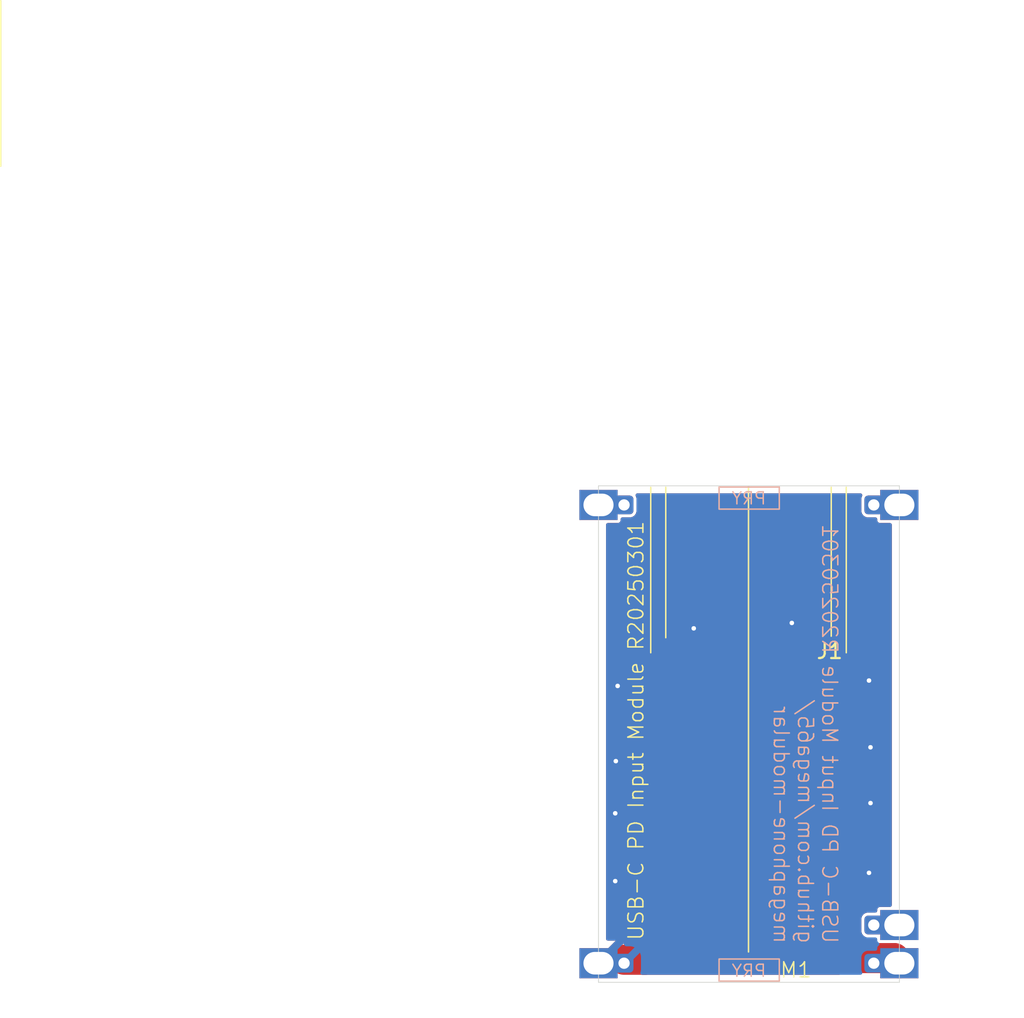
<source format=kicad_pcb>
(kicad_pcb (version 20241229) (generator "pcbnew") (generator_version "9.0")
  (layers (0 "F.Cu" signal) (2 "B.Cu" signal) (13 "F.Paste" user) (15 "B.Paste" user) (5 "F.SilkS" user "F.Silkscreen") (7 "B.SilkS" user "B.Silkscreen") (1 "F.Mask" user) (3 "B.Mask" user) (25 "Edge.Cuts" user))
  (net 0 "")
  (net 3 "+20V")
  (net 5 "GND")
  (footprint "Connector_PinHeader_2.54mm:PinHeader_1x02_P2.54mm_Vertical" (layer "F.Cu") (at 50.789 40.5546 -90)
    (property "Reference" "J1" (at -2.794 -4.318 0) (layer "F.SilkS"))
    (property "Value" "Conn_01x02")
    (pad "1" smd rect (at 6.2484 -2.4638) (size 6 15) (layers "F.Cu" "F.Mask" "F.Paste") (net 3 "+20V"))
    (pad "2" smd rect (at 6.2484 4.4958) (size 6 15) (layers "F.Cu" "F.Mask" "F.Paste") (net 5 "GND"))
  )
  (footprint "MegaCastle:MegaCastle2x13-Module-I20.0x28.2-M800C00C-SPAREPAD" (layer "F.Cu") (at 49.736 43.2724)
    (property "Reference" "M1" (at 3.122 15.6898 0) (layer "F.SilkS") (effects (font (thickness 0.1))))
    (property "Value" "~")
    (fp_rect (start -1.984241 -14.961) (end 2.019516 -16.43) (stroke (width 0.1)) (fill no) (layer "B.SilkS"))
    (fp_rect (start -1.984241 14.961) (end 2.019516 16.43) (stroke (width 0.1)) (fill no) (layer "B.SilkS"))
    (fp_line (start -10 -16.51) (end -10 16.51) (stroke (width 0.05)) (layer "Edge.Cuts"))
    (fp_line (start -10 -16.51) (end 10 -16.51) (stroke (width 0.05)) (layer "Edge.Cuts"))
    (fp_line (start -10 16.51) (end 10 16.51) (stroke (width 0.05)) (layer "Edge.Cuts"))
    (fp_line (start 10 -16.51) (end 10 16.51) (stroke (width 0.05)) (layer "Edge.Cuts"))
    (fp_text user "PRY" (at 0 16.21 0) (layer "B.SilkS") (effects (font (size 0.8 0.8) (thickness 0.1)) (justify bottom mirror)))
    (fp_text user "PRY" (at 0 -15.21 0) (layer "B.SilkS") (effects (font (size 0.8 0.8) (thickness 0.1)) (justify bottom mirror)))
    (pad "1" thru_hole rect (at -10 -15.24) (size 2.54 2) (drill oval 2 1.5) (property pad_prop_castellated) (layers "*.Cu" "*.Mask"))
    (pad "1" thru_hole roundrect (at -8.3 -15.24 180) (size 1.25 1.25) (drill 0.75) (layers "*.Cu" "*.Mask") (roundrect_rratio 0.2))
    (pad "13" thru_hole rect (at -10 15.24) (size 2.54 2) (drill oval 2 1.5) (property pad_prop_castellated) (layers "*.Cu" "*.Mask") (net 5 "GND"))
    (pad "13" thru_hole roundrect (at -8.3 15.24 180) (size 1.25 1.25) (drill 0.75) (layers "*.Cu" "*.Mask") (roundrect_rratio 0.2) (net 5 "GND"))
    (pad "14" thru_hole roundrect (at 8.3 -15.24 180) (size 1.25 1.25) (drill 0.75) (layers "*.Cu" "*.Mask") (roundrect_rratio 0.2))
    (pad "14" thru_hole rect (at 10 -15.24) (size 2.54 2) (drill oval 2 1.5) (property pad_prop_castellated) (layers "*.Cu" "*.Mask"))
    (pad "25" thru_hole roundrect (at 8.3 12.7 180) (size 1.25 1.25) (drill 0.75) (layers "*.Cu" "*.Mask") (roundrect_rratio 0.2))
    (pad "25" thru_hole rect (at 10 12.7) (size 2.54 2) (drill oval 2 1.5) (property pad_prop_castellated) (layers "*.Cu" "*.Mask"))
    (pad "26" thru_hole roundrect (at 8.3 15.24 180) (size 1.25 1.25) (drill 0.75) (layers "*.Cu" "*.Mask") (roundrect_rratio 0.2) (net 3 "+20V"))
    (pad "26" thru_hole rect (at 10 15.24) (size 2.54 2) (drill oval 2 1.5) (property pad_prop_castellated) (layers "*.Cu" "*.Mask") (net 3 "+20V"))
  )
  (gr_line (start 49.708 26.8622) (end 49.708 57.7622) (stroke (width 0.1)) (layer "F.SilkS"))
  (gr_line (start 44.208 26.8622) (end 44.208 36.8622) (stroke (width 0.1)) (layer "F.SilkS"))
  (gr_line (start 56.208 26.8622) (end 56.208 37.8622) (stroke (width 0.1)) (layer "F.SilkS"))
  (gr_line (start 43.208 26.8622) (end 43.208 37.8622) (stroke (width 0.1)) (layer "F.SilkS"))
  (gr_line (start 0 -5.5) (end 0 5.5) (stroke (width 0.1)) (layer "F.SilkS"))
  (gr_line (start 55.208 26.8622) (end 55.208 36.7622) (stroke (width 0.1)) (layer "F.SilkS"))
  (gr_text "USB-C PD Input Module R20250301" (at 42.8134 57.0646 90) (layer "F.SilkS") (effects (font (size 1 1) (thickness 0.1)) (justify left bottom)))
  (gr_text "USB-C PD Input Module R20250301\ngithub.com/mega65/\nmegaphone-modular\n" (at 51.297 57.2678 270) (layer "B.SilkS") (effects (font (size 1 1) (thickness 0.1)) (justify left bottom mirror)))
  (segment (start 59.736 58.5124) (end 59.396 58.1724) (width 2) (layer "F.Cu") (net 3))
  (segment (start 56.6212 58.1724) (end 53.2782 54.8294) (width 2) (layer "F.Cu") (net 3))
  (segment (start 59.396 58.1724) (end 56.6212 58.1724) (width 2) (layer "F.Cu") (net 3))
  (segment (start 53.2782 54.8294) (end 53.2782 47.8952) (width 2) (layer "F.Cu") (net 3))
  (segment (start 46.3186 47.8952) (end 46.3186 54.7816) (width 2) (layer "F.Cu") (net 5))
  (segment (start 46.3186 54.7816) (end 42.8178 58.2824) (width 2) (layer "F.Cu") (net 5))
  (segment (start 42.8178 58.2824) (end 41.436 58.2824) (width 2) (layer "F.Cu") (net 5))
  (via (at 52.588 35.8822) (size 0.6) (drill 0.3) (layers "F.Cu" "B.Cu") (net 5))
  (via (at 46.068 36.2422) (size 0.6) (drill 0.3) (layers "F.Cu" "B.Cu") (net 5))
  (via (at 40.848 48.5422) (size 0.6) (drill 0.3) (layers "F.Cu" "B.Cu") (net 5))
  (via (at 57.718 39.7122) (size 0.6) (drill 0.3) (layers "F.Cu" "B.Cu") (net 5))
  (via (at 41.008 40.0722) (size 0.6) (drill 0.3) (layers "F.Cu" "B.Cu") (net 5))
  (via (at 57.818 44.1522) (size 0.6) (drill 0.3) (layers "F.Cu" "B.Cu") (net 5))
  (via (at 40.848 53.0522) (size 0.6) (drill 0.3) (layers "F.Cu" "B.Cu") (net 5))
  (via (at 57.818 47.8622) (size 0.6) (drill 0.3) (layers "F.Cu" "B.Cu") (net 5))
  (via (at 57.718 52.5022) (size 0.6) (drill 0.3) (layers "F.Cu" "B.Cu") (net 5))
  (via (at 40.888 45.0722) (size 0.6) (drill 0.3) (layers "F.Cu" "B.Cu") (net 5))
  (zone (net 5) (net_name "GND") (layers "F.Cu" "B.Cu") (connect_pads (clearance 0.2)) (min_thickness 0.25) (fill yes (thermal_gap 0.5) (thermal_bridge_width 0.5))
    (polygon (pts (xy 37.8858 25.1876) (xy 37.5048 62.043) (xy 62.6 62.17) (xy 62.5238 25.086)))
  )
)
</source>
